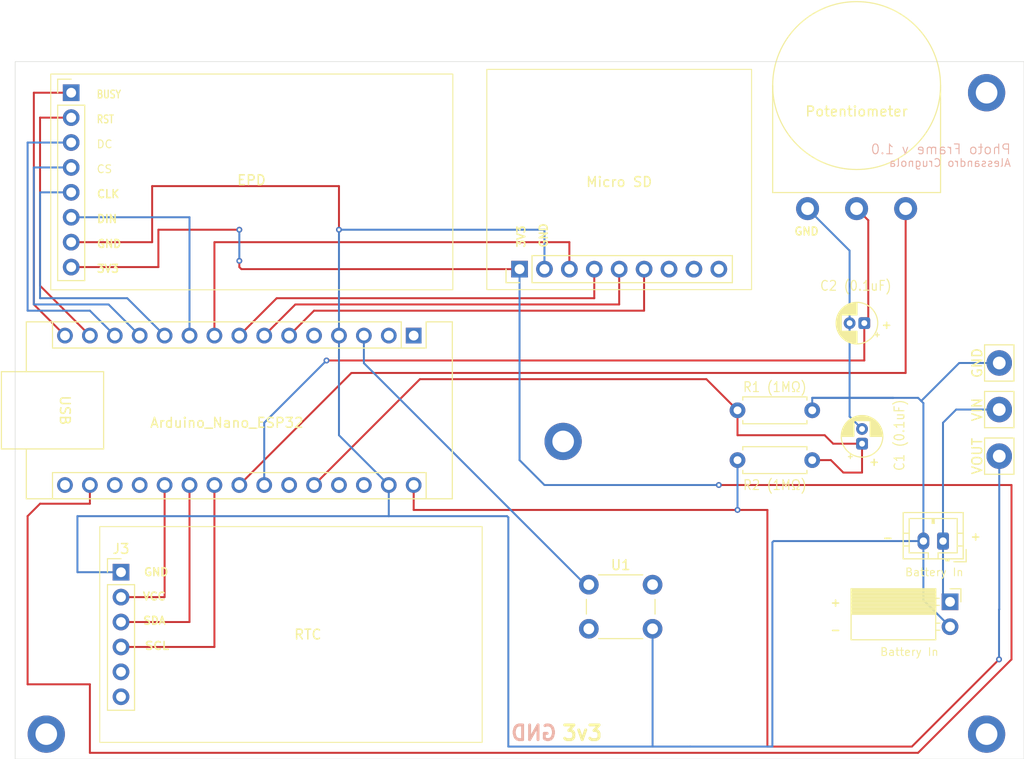
<source format=kicad_pcb>
(kicad_pcb (version 20241229) (generator "pcbnew") (generator_version "9.0")
  (layers (0 "F.Cu" signal) (2 "B.Cu" signal) (13 "F.Paste" user) (15 "B.Paste" user) (5 "F.SilkS" user "F.Silkscreen") (7 "B.SilkS" user "B.Silkscreen") (1 "F.Mask" user) (3 "B.Mask" user) (25 "Edge.Cuts" user))
  (net 0 "")
  (net 2 "Net-(A1-A3)")
  (net 3 "GND")
  (net 4 "Net-(A1-A2)")
  (net 5 "Net-(A1-3V3)")
  (net 6 "Net-(A1-D10{slash}CS)")
  (net 7 "Net-(A1-D4)")
  (net 9 "Net-(A1-D7)")
  (net 10 "Net-(A1-D11{slash}COPI)")
  (net 12 "Net-(A1-SCL{slash}A5)")
  (net 15 "Net-(A1-D6)")
  (net 16 "Net-(A1-D5)")
  (net 18 "Net-(A1-~{RESET})")
  (net 20 "Net-(A1-D12{slash}CIPO)")
  (net 21 "Net-(A1-A7)")
  (net 22 "Net-(A1-SDA{slash}A4)")
  (net 23 "Net-(A1-A1)")
  (net 26 "Net-(A1-D3)")
  (net 27 "Net-(A1-D9)")
  (net 28 "Net-(A1-D8)")
  (net 29 "+4V")
  (footprint "Connector_PinHeader_2.54mm:PinHeader_1x09_P2.54mm_Vertical" (layer "F.Cu") (at 151.765 84.664269 90)
    (property "Reference" "J1" (hide yes))
    (property "Value" "Micro SD" (at 8.89 10.16 180) (layer "F.SilkS"))
    (pad "1" thru_hole rect (at 0 0 90) (size 1.7 1.7) (drill 1) (layers "*.Cu" "*.Mask") (net 5 "Net-(A1-3V3)"))
    (pad "2" thru_hole circle (at 0 2.54 90) (size 1.7 1.7) (drill 1) (layers "*.Cu" "*.Mask") (net 3 "GND"))
    (pad "3" thru_hole circle (at 0 5.08 90) (size 1.7 1.7) (drill 1) (layers "*.Cu" "*.Mask") (net 15 "Net-(A1-D6)"))
    (pad "4" thru_hole circle (at 0 7.62 90) (size 1.7 1.7) (drill 1) (layers "*.Cu" "*.Mask") (net 16 "Net-(A1-D5)"))
    (pad "5" thru_hole circle (at 0 10.16 90) (size 1.7 1.7) (drill 1) (layers "*.Cu" "*.Mask") (net 7 "Net-(A1-D4)"))
    (pad "6" thru_hole circle (at 0 12.7 90) (size 1.7 1.7) (drill 1) (layers "*.Cu" "*.Mask") (net 26 "Net-(A1-D3)"))
    (pad "7" thru_hole circle (at 0 15.24 90) (size 1.7 1.7) (drill 1) (layers "*.Cu" "*.Mask"))
    (pad "8" thru_hole circle (at 0 17.78 90) (size 1.7 1.7) (drill 1) (layers "*.Cu" "*.Mask"))
    (pad "9" thru_hole circle (at 0 20.32 90) (size 1.7 1.7) (drill 1) (layers "*.Cu" "*.Mask"))
  )
  (footprint "Resistor_THT:R_Axial_DIN0207_L6.3mm_D2.5mm_P7.62mm_Horizontal" (layer "F.Cu") (at 173.99 99.06)
    (property "Reference" "R1 (1MΩ)" (at 3.81 -2.37 0) (layer "F.SilkS") (effects (font (size 1 0.889) (thickness 0.111125))))
    (property "Value" "R (1M)" (hide yes))
    (pad "1" thru_hole circle (at 0 0) (size 1.6 1.6) (drill 0.8) (layers "*.Cu" "*.Mask") (net 21 "Net-(A1-A7)"))
    (pad "2" thru_hole circle (at 7.62 0) (size 1.6 1.6) (drill 0.8) (layers "*.Cu" "*.Mask") (net 3 "GND"))
  )
  (footprint "Connector_PinHeader_2.54mm:PinHeader_1x08_P2.54mm_Vertical" (layer "F.Cu") (at 106.045 66.675)
    (property "Reference" "J2" (hide yes))
    (property "Value" "EPD" (at 18.386885 8.919845 0) (layer "F.SilkS"))
    (pad "1" thru_hole rect (at 0 0) (size 1.7 1.7) (drill 1) (layers "*.Cu" "*.Mask") (net 20 "Net-(A1-D12{slash}CIPO)"))
    (pad "2" thru_hole circle (at 0 2.54) (size 1.7 1.7) (drill 1) (layers "*.Cu" "*.Mask") (net 10 "Net-(A1-D11{slash}COPI)"))
    (pad "3" thru_hole circle (at 0 5.08) (size 1.7 1.7) (drill 1) (layers "*.Cu" "*.Mask") (net 6 "Net-(A1-D10{slash}CS)"))
    (pad "4" thru_hole circle (at 0 7.62) (size 1.7 1.7) (drill 1) (layers "*.Cu" "*.Mask") (net 27 "Net-(A1-D9)"))
    (pad "5" thru_hole circle (at 0 10.16) (size 1.7 1.7) (drill 1) (layers "*.Cu" "*.Mask") (net 28 "Net-(A1-D8)"))
    (pad "6" thru_hole circle (at 0 12.7) (size 1.7 1.7) (drill 1) (layers "*.Cu" "*.Mask") (net 9 "Net-(A1-D7)"))
    (pad "7" thru_hole circle (at 0 15.24) (size 1.7 1.7) (drill 1) (layers "*.Cu" "*.Mask") (net 3 "GND"))
    (pad "8" thru_hole circle (at 0 17.78) (size 1.7 1.7) (drill 1) (layers "*.Cu" "*.Mask") (net 5 "Net-(A1-3V3)"))
  )
  (footprint "Connector_Pin:Pin_D1.3mm_L10.0mm_W3.5mm_Flat" (layer "F.Cu") (at 200.682007 98.9838 -90)
    (property "Reference" "VIN" (at 0 2.25 90) (layer "F.SilkS"))
    (property "Value" "VIN" (hide yes))
    (pad "1" thru_hole circle (at 0 0 270) (size 2.6 2.6) (drill 1.3) (layers "*.Cu" "*.Mask") (net 29 "+4V"))
  )
  (footprint "MountingHole:MountingHole_2.2mm_M2_DIN965_Pad" (layer "F.Cu") (at 199.39 132.08)
    (property "Reference" "REF**" (hide yes))
    (property "Value" "MountingHole_2.2mm_M2_DIN965_Pad" (hide yes))
    (pad "1" thru_hole circle (at 0 0) (size 3.8 3.8) (drill 2.2) (layers "*.Cu" "*.Mask"))
  )
  (footprint "Capacitor_THT:CP_Radial_D4.0mm_P1.50mm" (layer "F.Cu") (at 186.92 90.17 180)
    (property "Reference" "C2 (0.1uF)" (at 0.865 3.81 0) (layer "F.SilkS") (effects (font (size 1 0.889) (thickness 0.111125))))
    (property "Value" "0.1uF" (hide yes))
    (pad "1" thru_hole roundrect (at 0 0 180) (size 1.2 1.2) (drill 0.6) (layers "*.Cu" "*.Mask") (roundrect_rratio 0.208333) (net 12 "Net-(A1-SCL{slash}A5)"))
    (pad "2" thru_hole circle (at 1.5 0 180) (size 1.2 1.2) (drill 0.6) (layers "*.Cu" "*.Mask") (net 3 "GND"))
  )
  (footprint "MountingHole:MountingHole_2.2mm_M2_DIN965_Pad" (layer "F.Cu") (at 103.505 132.08)
    (property "Reference" "REF**" (hide yes))
    (property "Value" "MountingHole_2.2mm_M2_DIN965_Pad" (hide yes))
    (pad "1" thru_hole circle (at 0 0) (size 3.8 3.8) (drill 2.2) (layers "*.Cu" "*.Mask"))
  )
  (footprint "Resistor_THT:R_Axial_DIN0207_L6.3mm_D2.5mm_P7.62mm_Horizontal" (layer "F.Cu") (at 173.99 104.14)
    (property "Reference" "R2 (1MΩ)" (at 3.81 2.54 0) (layer "F.SilkS") (effects (font (size 1 0.889) (thickness 0.111125))))
    (property "Value" "R (1M)" (hide yes))
    (pad "1" thru_hole circle (at 0 0) (size 1.6 1.6) (drill 0.8) (layers "*.Cu" "*.Mask") (net 29 "+4V"))
    (pad "2" thru_hole circle (at 7.62 0) (size 1.6 1.6) (drill 0.8) (layers "*.Cu" "*.Mask") (net 21 "Net-(A1-A7)"))
  )
  (footprint "Potentiometer_THT:Potentiometer_Omeg_PC16BU_Vertical" (layer "F.Cu") (at 191.135 78.495 90)
    (property "Reference" "RV1" (hide yes))
    (property "Value" "Potentiometer" (at 9.915 -5 180) (layer "F.SilkS"))
    (pad "1" thru_hole circle (at 0 0 90) (size 2.34 2.34) (drill 1.3) (layers "*.Cu" "*.Mask") (net 22 "Net-(A1-SDA{slash}A4)"))
    (pad "2" thru_hole circle (at 0 -5 90) (size 2.34 2.34) (drill 1.3) (layers "*.Cu" "*.Mask") (net 12 "Net-(A1-SCL{slash}A5)"))
    (pad "3" thru_hole circle (at 0 -10 90) (size 2.34 2.34) (drill 1.3) (layers "*.Cu" "*.Mask") (net 3 "GND"))
  )
  (footprint "MountingHole:MountingHole_2.2mm_M2_DIN965_Pad" (layer "F.Cu") (at 156.21 102.235)
    (property "Reference" "REF**" (hide yes))
    (property "Value" "MountingHole_2.2mm_M2_DIN965_Pad" (hide yes))
    (pad "1" thru_hole circle (at 0 0) (size 3.8 3.8) (drill 2.2) (layers "*.Cu" "*.Mask"))
  )
  (footprint "Capacitor_THT:CP_Radial_D4.0mm_P1.50mm" (layer "F.Cu") (at 186.69 102.465 90)
    (property "Reference" "C1 (0.1uF)" (at 0.865 3.81 90) (layer "F.SilkS") (effects (font (size 1 0.889) (thickness 0.111125))))
    (property "Value" "0.1uF" (hide yes))
    (pad "1" thru_hole roundrect (at 0 0 90) (size 1.2 1.2) (drill 0.6) (layers "*.Cu" "*.Mask") (roundrect_rratio 0.208333) (net 21 "Net-(A1-A7)"))
    (pad "2" thru_hole circle (at 1.5 0 90) (size 1.2 1.2) (drill 0.6) (layers "*.Cu" "*.Mask") (net 3 "GND"))
  )
  (footprint "Connector_Pin:Pin_D1.3mm_L10.0mm_W3.5mm_Flat" (layer "F.Cu") (at 200.682007 103.7336 -90)
    (property "Reference" "VOUT" (at 0 2.25 90) (layer "F.SilkS"))
    (property "Value" "VOUT" (hide yes))
    (pad "1" thru_hole circle (at 0 0 270) (size 2.6 2.6) (drill 1.3) (layers "*.Cu" "*.Mask") (net 29 "+4V"))
  )
  (footprint "Connector_Pin:Pin_D1.3mm_L10.0mm_W3.5mm_Flat" (layer "F.Cu") (at 200.682007 94.234 -90)
    (property "Reference" "GND" (at 0 2.25 90) (layer "F.SilkS"))
    (property "Value" "GND" (hide yes))
    (pad "1" thru_hole circle (at 0 0 270) (size 2.6 2.6) (drill 1.3) (layers "*.Cu" "*.Mask") (net 3 "GND"))
  )
  (footprint "Connector_JST:JST_PH_B2B-PH-K_1x02_P2.00mm_Vertical" (layer "F.Cu") (at 194.945 112.395 180)
    (property "Reference" "BT1" (hide yes))
    (property "Value" "Battery In" (at 0.889 -3.175 0) (layer "F.SilkS") (effects (font (size 0.8001 0.8001) (thickness 0.100013))))
    (pad "1" thru_hole roundrect (at 0 0 180) (size 1.2 1.75) (drill 0.75) (layers "*.Cu" "*.Mask") (roundrect_rratio 0.208333) (net 29 "+4V"))
    (pad "2" thru_hole oval (at 2 0 180) (size 1.2 1.75) (drill 0.75) (layers "*.Cu" "*.Mask") (net 3 "GND"))
  )
  (footprint "Connector_PinSocket_2.54mm:PinSocket_1x02_P2.54mm_Horizontal" (layer "F.Cu") (at 195.662 118.588)
    (property "Reference" "J4" (hide yes))
    (property "Value" "Battery In" (at -4.146 5.11 0) (layer "F.SilkS") (effects (font (size 0.8001 0.8001) (thickness 0.100013))))
    (pad "1" thru_hole rect (at 0 0) (size 1.7 1.7) (drill 1) (layers "*.Cu" "*.Mask") (net 29 "+4V"))
    (pad "2" thru_hole circle (at 0 2.54) (size 1.7 1.7) (drill 1) (layers "*.Cu" "*.Mask") (net 3 "GND"))
  )
  (footprint "Module:Arduino_Nano" (layer "F.Cu") (at 140.97 91.44 -90)
    (property "Reference" "A1" (hide yes))
    (property "Value" "Arduino_Nano_ESP32" (at 8.89 19.05 0) (layer "F.SilkS"))
    (fp_text user "USB" (at 7.62 35.56 270) (layer "F.SilkS"))
    (pad "1" thru_hole rect (at 0 0 270) (size 1.6 1.6) (drill 1) (layers "*.Cu" "*.Mask"))
    (pad "2" thru_hole oval (at 0 2.54 270) (size 1.6 1.6) (drill 1) (layers "*.Cu" "*.Mask"))
    (pad "3" thru_hole oval (at 0 5.08 270) (size 1.6 1.6) (drill 1) (layers "*.Cu" "*.Mask") (net 18 "Net-(A1-~{RESET})"))
    (pad "4" thru_hole oval (at 0 7.62 270) (size 1.6 1.6) (drill 1) (layers "*.Cu" "*.Mask") (net 3 "GND"))
    (pad "5" thru_hole oval (at 0 10.16 270) (size 1.6 1.6) (drill 1) (layers "*.Cu" "*.Mask"))
    (pad "6" thru_hole oval (at 0 12.7 270) (size 1.6 1.6) (drill 1) (layers "*.Cu" "*.Mask") (net 26 "Net-(A1-D3)"))
    (pad "7" thru_hole oval (at 0 15.24 270) (size 1.6 1.6) (drill 1) (layers "*.Cu" "*.Mask") (net 7 "Net-(A1-D4)"))
    (pad "8" thru_hole oval (at 0 17.78 270) (size 1.6 1.6) (drill 1) (layers "*.Cu" "*.Mask") (net 16 "Net-(A1-D5)"))
    (pad "9" thru_hole oval (at 0 20.32 270) (size 1.6 1.6) (drill 1) (layers "*.Cu" "*.Mask") (net 15 "Net-(A1-D6)"))
    (pad "10" thru_hole oval (at 0 22.86 270) (size 1.6 1.6) (drill 1) (layers "*.Cu" "*.Mask") (net 9 "Net-(A1-D7)"))
    (pad "11" thru_hole oval (at 0 25.4 270) (size 1.6 1.6) (drill 1) (layers "*.Cu" "*.Mask") (net 28 "Net-(A1-D8)"))
    (pad "12" thru_hole oval (at 0 27.94 270) (size 1.6 1.6) (drill 1) (layers "*.Cu" "*.Mask") (net 27 "Net-(A1-D9)"))
    (pad "13" thru_hole oval (at 0 30.48 270) (size 1.6 1.6) (drill 1) (layers "*.Cu" "*.Mask") (net 6 "Net-(A1-D10{slash}CS)"))
    (pad "14" thru_hole oval (at 0 33.02 270) (size 1.6 1.6) (drill 1) (layers "*.Cu" "*.Mask") (net 10 "Net-(A1-D11{slash}COPI)"))
    (pad "15" thru_hole oval (at 0 35.56 270) (size 1.6 1.6) (drill 1) (layers "*.Cu" "*.Mask") (net 20 "Net-(A1-D12{slash}CIPO)"))
    (pad "16" thru_hole oval (at 15.24 35.56 270) (size 1.6 1.6) (drill 1) (layers "*.Cu" "*.Mask"))
    (pad "17" thru_hole oval (at 15.24 33.02 270) (size 1.6 1.6) (drill 1) (layers "*.Cu" "*.Mask") (net 5 "Net-(A1-3V3)"))
    (pad "18" thru_hole oval (at 15.24 30.48 270) (size 1.6 1.6) (drill 1) (layers "*.Cu" "*.Mask"))
    (pad "19" thru_hole oval (at 15.24 27.94 270) (size 1.6 1.6) (drill 1) (layers "*.Cu" "*.Mask"))
    (pad "20" thru_hole oval (at 15.24 25.4 270) (size 1.6 1.6) (drill 1) (layers "*.Cu" "*.Mask") (net 23 "Net-(A1-A1)"))
    (pad "21" thru_hole oval (at 15.24 22.86 270) (size 1.6 1.6) (drill 1) (layers "*.Cu" "*.Mask") (net 4 "Net-(A1-A2)"))
    (pad "22" thru_hole oval (at 15.24 20.32 270) (size 1.6 1.6) (drill 1) (layers "*.Cu" "*.Mask") (net 2 "Net-(A1-A3)"))
    (pad "23" thru_hole oval (at 15.24 17.78 270) (size 1.6 1.6) (drill 1) (layers "*.Cu" "*.Mask") (net 22 "Net-(A1-SDA{slash}A4)"))
    (pad "24" thru_hole oval (at 15.24 15.24 270) (size 1.6 1.6) (drill 1) (layers "*.Cu" "*.Mask") (net 12 "Net-(A1-SCL{slash}A5)"))
    (pad "25" thru_hole oval (at 15.24 12.7 270) (size 1.6 1.6) (drill 1) (layers "*.Cu" "*.Mask"))
    (pad "26" thru_hole oval (at 15.24 10.16 270) (size 1.6 1.6) (drill 1) (layers "*.Cu" "*.Mask") (net 21 "Net-(A1-A7)"))
    (pad "27" thru_hole oval (at 15.24 7.62 270) (size 1.6 1.6) (drill 1) (layers "*.Cu" "*.Mask"))
    (pad "28" thru_hole oval (at 15.24 5.08 270) (size 1.6 1.6) (drill 1) (layers "*.Cu" "*.Mask"))
    (pad "29" thru_hole oval (at 15.24 2.54 270) (size 1.6 1.6) (drill 1) (layers "*.Cu" "*.Mask") (net 3 "GND"))
    (pad "30" thru_hole oval (at 15.24 0 270) (size 1.6 1.6) (drill 1) (layers "*.Cu" "*.Mask") (net 29 "+4V"))
  )
  (footprint "Connector_PinHeader_2.54mm:PinHeader_1x06_P2.54mm_Vertical" (layer "F.Cu") (at 111.125 115.57)
    (property "Reference" "J3" (at 0 -2.38 0) (layer "F.SilkS"))
    (property "Value" "RTC" (at 19.05 6.35 0) (layer "F.SilkS"))
    (pad "1" thru_hole rect (at 0 0) (size 1.7 1.7) (drill 1) (layers "*.Cu" "*.Mask") (net 3 "GND"))
    (pad "2" thru_hole circle (at 0 2.54) (size 1.7 1.7) (drill 1) (layers "*.Cu" "*.Mask") (net 23 "Net-(A1-A1)"))
    (pad "3" thru_hole circle (at 0 5.08) (size 1.7 1.7) (drill 1) (layers "*.Cu" "*.Mask") (net 4 "Net-(A1-A2)"))
    (pad "4" thru_hole circle (at 0 7.62) (size 1.7 1.7) (drill 1) (layers "*.Cu" "*.Mask") (net 2 "Net-(A1-A3)"))
    (pad "5" thru_hole circle (at 0 10.16) (size 1.7 1.7) (drill 1) (layers "*.Cu" "*.Mask"))
    (pad "6" thru_hole circle (at 0 12.7) (size 1.7 1.7) (drill 1) (layers "*.Cu" "*.Mask"))
  )
  (footprint "Button_Switch_THT:SW_PUSH_6mm" (layer "F.Cu") (at 158.83 116.84)
    (property "Reference" "U1" (at 3.25 -2 0) (layer "F.SilkS"))
    (property "Value" "Reset")
    (pad "1" thru_hole circle (at 0 0 90) (size 2 2) (drill 1.1) (layers "*.Cu" "*.Mask") (net 18 "Net-(A1-~{RESET})"))
    (pad "1" thru_hole circle (at 6.5 0 90) (size 2 2) (drill 1.1) (layers "*.Cu" "*.Mask") (net 18 "Net-(A1-~{RESET})"))
    (pad "2" thru_hole circle (at 0 4.5 90) (size 2 2) (drill 1.1) (layers "*.Cu" "*.Mask") (net 3 "GND"))
    (pad "2" thru_hole circle (at 6.5 4.5 90) (size 2 2) (drill 1.1) (layers "*.Cu" "*.Mask") (net 3 "GND"))
  )
  (footprint "MountingHole:MountingHole_2.2mm_M2_DIN965_Pad" (layer "F.Cu") (at 199.39 66.675)
    (property "Reference" "REF**" (hide yes))
    (property "Value" "MountingHole_2.2mm_M2_DIN965_Pad" (hide yes))
    (pad "1" thru_hole circle (at 0 0) (size 3.8 3.8) (drill 2.2) (layers "*.Cu" "*.Mask"))
  )
  (gr_rect (start 108.955078 110.919996) (end 147.955 132.920004) (stroke (width 0.1016)) (fill no) (layer "F.SilkS"))
  (gr_rect (start 103.960041 64.77) (end 144.959959 86.770007) (stroke (width 0.1016)) (fill no) (layer "F.SilkS"))
  (gr_rect (start 148.425027 64.293103) (end 175.424973 86.753105) (stroke (width 0.1016)) (fill no) (layer "F.SilkS"))
  (gr_rect (start 100.33 63.5) (end 203.2 134.62) (stroke (width 0.05)) (fill no) (layer "Edge.Cuts"))
  (gr_text "DIN" (at 108.585 80.01 0) (layer "F.SilkS") (effects (font (size 0.8001 0.8001) (thickness 0.16002) (bold yes)) (justify left bottom)))
  (gr_text "+" (at 183.388 119.126 0) (layer "F.SilkS") (effects (font (size 0.8001 0.8001) (thickness 0.16002) (bold yes)) (justify left bottom)))
  (gr_text "SCL" (at 113.463391 123.542027 0) (layer "F.SilkS") (effects (font (size 0.8001 0.8904) (thickness 0.16002) (bold yes)) (justify left bottom)))
  (gr_text "VCC" (at 113.266559 118.503145 0) (layer "F.SilkS") (effects (font (size 0.8001 0.8001) (thickness 0.16002) (bold yes)) (justify left bottom)))
  (gr_text "GND" (at 108.585 82.55 0) (layer "F.SilkS") (effects (font (size 0.8001 0.8001) (thickness 0.16002) (bold yes)) (justify left bottom)))
  (gr_text "-" (at 183.388 121.92 0) (layer "F.SilkS") (effects (font (size 0.8001 0.8001) (thickness 0.16002) (bold yes)) (justify left bottom)))
  (gr_text "BUSY" (at 108.585 67.31 0) (layer "F.SilkS") (effects (font (size 0.8001 0.635) (thickness 0.127) (bold yes)) (justify left bottom)))
  (gr_text "CLK" (at 108.585 77.47 0) (layer "F.SilkS") (effects (font (size 0.8001 0.8001) (thickness 0.16002) (bold yes)) (justify left bottom)))
  (gr_text "+" (at 188.595 90.805 0) (layer "F.SilkS") (effects (font (size 0.8001 0.8001) (thickness 0.16002) (bold yes)) (justify left bottom)))
  (gr_text "GND" (at 113.384658 116.023071 0) (layer "F.SilkS") (effects (font (size 0.8001 0.8001) (thickness 0.16002) (bold yes)) (justify left bottom)))
  (gr_text "DC\n" (at 108.585 72.39 0) (layer "F.SilkS") (effects (font (size 0.8001 0.8001) (thickness 0.1016) (bold yes)) (justify left bottom)))
  (gr_text "-" (at 188.722 112.522 0) (layer "F.SilkS") (effects (font (size 0.8001 0.8001) (thickness 0.16002) (bold yes)) (justify left bottom)))
  (gr_text "3V3" (at 152.4 82.55 90) (layer "F.SilkS") (effects (font (size 0.8001 0.8001) (thickness 0.16002) (bold yes)) (justify left bottom)))
  (gr_text "+" (at 187.325 104.775 0) (layer "F.SilkS") (effects (font (size 0.8001 0.8001) (thickness 0.16002) (bold yes)) (justify left bottom)))
  (gr_text "GND" (at 179.705 81.28 0) (layer "F.SilkS") (effects (font (size 0.8001 0.8001) (thickness 0.16002) (bold yes)) (justify left bottom)))
  (gr_text "CS" (at 108.585 74.93 0) (layer "F.SilkS") (effects (font (size 0.8001 0.8001) (thickness 0.1016) (bold yes)) (justify left bottom)))
  (gr_text "SDA" (at 113.305926 120.98322 0) (layer "F.SilkS") (effects (font (size 0.8001 0.8001) (thickness 0.16002) (bold yes)) (justify left bottom)))
  (gr_text "3V3" (at 108.585 85.09 0) (layer "F.SilkS") (effects (font (size 0.8001 0.8001) (thickness 0.16002) (bold yes)) (justify left bottom)))
  (gr_text "3v3" (at 155.956 132.842 0) (layer "F.SilkS") (effects (font (size 1.5 1.5) (thickness 0.3) (bold yes)) (justify left bottom)))
  (gr_text "GND" (at 154.686 82.55 90) (layer "F.SilkS") (effects (font (size 0.8001 0.8001) (thickness 0.16002) (bold yes)) (justify left bottom)))
  (gr_text "+" (at 197.673579 112.395 0) (layer "F.SilkS") (effects (font (size 0.8001 0.8001) (thickness 0.16002) (bold yes)) (justify left bottom)))
  (gr_text "RST" (at 108.585 69.85 0) (layer "F.SilkS") (effects (font (size 0.8001 0.635) (thickness 0.127) (bold yes)) (justify left bottom)))
  (gr_text "GND" (at 155.702 132.842 0) (layer "B.SilkS") (effects (font (size 1.5 1.5) (thickness 0.3) (bold yes)) (justify left bottom mirror)))
  (gr_text "Photo Frame v 1.0" (at 201.93 73.025 0) (layer "B.SilkS") (effects (font (size 1 1) (thickness 0.1)) (justify left bottom mirror)))
  (gr_text "Alessandro Crugnola" (at 201.93 74.295 0) (layer "B.SilkS") (effects (font (size 0.8001 0.8001) (thickness 0.100013)) (justify left bottom mirror)))
  (segment (start 120.65 123.19) (end 111.125 123.19) (width 0.2) (layer "F.Cu") (net 2))
  (segment (start 120.65 123.19) (end 120.65 106.68) (width 0.2) (layer "F.Cu") (net 2))
  (segment (start 114.3 81.915) (end 106.045 81.915) (width 0.2) (layer "F.Cu") (net 3))
  (segment (start 114.3 76.2) (end 114.3 81.915) (width 0.2) (layer "F.Cu") (net 3))
  (segment (start 114.3 76.2) (end 133.35 76.2) (width 0.2) (layer "F.Cu") (net 3))
  (segment (start 133.35 76.2) (end 133.35 80.645) (width 0.2) (layer "F.Cu") (net 3))
  (via (at 133.35 80.645) (size 0.6) (drill 0.3) (layers "F.Cu" "B.Cu") (net 3))
  (segment (start 150.622 133.35) (end 165.354 133.35) (width 0.2) (layer "B.Cu") (net 3))
  (segment (start 133.35 101.6) (end 133.35 91.44) (width 0.2) (layer "B.Cu") (net 3))
  (segment (start 181.135 78.495) (end 185.42 82.78) (width 0.2) (layer "B.Cu") (net 3))
  (segment (start 192.945 112.395) (end 192.945 118.411) (width 0.2) (layer "B.Cu") (net 3))
  (segment (start 154.305 84.664269) (end 154.305 80.645) (width 0.2) (layer "B.Cu") (net 3))
  (segment (start 154.305 80.645) (end 133.35 80.645) (width 0.2) (layer "B.Cu") (net 3))
  (segment (start 106.68 109.855) (end 138.43 109.855) (width 0.2) (layer "B.Cu") (net 3))
  (segment (start 177.673 112.395) (end 177.546 112.522) (width 0.2) (layer "B.Cu") (net 3))
  (segment (start 192.945 112.395) (end 192.945 112.49) (width 0.2) (layer "B.Cu") (net 3))
  (segment (start 185.42 97.79) (end 185.42 90.17) (width 0.2) (layer "B.Cu") (net 3))
  (segment (start 192.7225 98.1075) (end 192.444721 97.829721) (width 0.2) (layer "B.Cu") (net 3))
  (segment (start 185.42 99.695) (end 185.42 97.79) (width 0.2) (layer "B.Cu") (net 3))
  (segment (start 138.43 109.855) (end 150.495 109.855) (width 0.2) (layer "B.Cu") (net 3))
  (segment (start 150.495 109.855) (end 150.622 109.982) (width 0.2) (layer "B.Cu") (net 3))
  (segment (start 186.69 100.965) (end 185.42 99.695) (width 0.2) (layer "B.Cu") (net 3))
  (segment (start 196.596 94.234) (end 192.7225 98.1075) (width 0.2) (layer "B.Cu") (net 3))
  (segment (start 192.945 118.411) (end 195.662 121.128) (width 0.2) (layer "B.Cu") (net 3))
  (segment (start 192.945 98.33) (end 192.7225 98.1075) (width 0.2) (layer "B.Cu") (net 3))
  (segment (start 192.405 97.79) (end 189.865 97.79) (width 0.2) (layer "B.Cu") (net 3))
  (segment (start 185.42 82.78) (end 185.42 90.17) (width 0.2) (layer "B.Cu") (net 3))
  (segment (start 106.68 115.57) (end 111.125 115.57) (width 0.2) (layer "B.Cu") (net 3))
  (segment (start 200.682007 94.234) (end 196.596 94.234) (width 0.2) (layer "B.Cu") (net 3))
  (segment (start 181.61 97.79) (end 185.42 97.79) (width 0.2) (layer "B.Cu") (net 3))
  (segment (start 177.546 112.522) (end 177.546 133.35) (width 0.2) (layer "B.Cu") (net 3))
  (segment (start 106.68 115.57) (end 106.68 109.855) (width 0.2) (layer "B.Cu") (net 3))
  (segment (start 192.945 112.395) (end 177.673 112.395) (width 0.2) (layer "B.Cu") (net 3))
  (segment (start 192.444721 97.829721) (end 192.405 97.79) (width 0.2) (layer "B.Cu") (net 3))
  (segment (start 189.865 97.79) (end 181.61 97.79) (width 0.2) (layer "B.Cu") (net 3))
  (segment (start 138.43 106.68) (end 138.43 109.855) (width 0.2) (layer "B.Cu") (net 3))
  (segment (start 138.43 106.68) (end 133.35 101.6) (width 0.2) (layer "B.Cu") (net 3))
  (segment (start 133.35 80.645) (end 133.35 91.44) (width 0.2) (layer "B.Cu") (net 3))
  (segment (start 192.945 112.395) (end 192.945 98.33) (width 0.2) (layer "B.Cu") (net 3))
  (segment (start 181.61 99.06) (end 181.61 97.79) (width 0.2) (layer "B.Cu") (net 3))
  (segment (start 165.33 133.326) (end 165.354 133.35) (width 0.2) (layer "B.Cu") (net 3))
  (segment (start 165.354 133.35) (end 169.164 133.35) (width 0.2) (layer "B.Cu") (net 3))
  (segment (start 177.546 133.35) (end 169.164 133.35) (width 0.2) (layer "B.Cu") (net 3))
  (segment (start 165.33 121.34) (end 165.33 133.326) (width 0.2) (layer "B.Cu") (net 3))
  (segment (start 150.622 109.982) (end 150.622 133.35) (width 0.2) (layer "B.Cu") (net 3))
  (segment (start 185.42 97.79) (end 189.865 97.79) (width 0.2) (layer "B.Cu") (net 3))
  (segment (start 118.11 120.65) (end 118.11 106.68) (width 0.2) (layer "F.Cu") (net 4))
  (segment (start 118.11 120.65) (end 111.125 120.65) (width 0.2) (layer "F.Cu") (net 4))
  (segment (start 123.19 83.82) (end 123.19 84.455) (width 0.2) (layer "F.Cu") (net 5))
  (segment (start 123.19 84.455) (end 123.399269 84.664269) (width 0.2) (layer "F.Cu") (net 5))
  (segment (start 107.95 108.585) (end 107.95 106.68) (width 0.2) (layer "F.Cu") (net 5))
  (segment (start 123.19 80.645) (end 114.935 80.645) (width 0.2) (layer "F.Cu") (net 5))
  (segment (start 114.935 84.455) (end 106.045 84.455) (width 0.2) (layer "F.Cu") (net 5))
  (segment (start 172.085 106.68) (end 201.93 106.68) (width 0.2) (layer "F.Cu") (net 5))
  (segment (start 102.87 108.585) (end 107.95 108.585) (width 0.2) (layer "F.Cu") (net 5))
  (segment (start 114.935 80.645) (end 114.935 84.455) (width 0.2) (layer "F.Cu") (net 5))
  (segment (start 101.6 127) (end 101.6 109.855) (width 0.2) (layer "F.Cu") (net 5))
  (segment (start 101.6 109.855) (end 102.87 108.585) (width 0.2) (layer "F.Cu") (net 5))
  (segment (start 107.95 127) (end 101.6 127) (width 0.2) (layer "F.Cu") (net 5))
  (segment (start 123.399269 84.664269) (end 151.765 84.664269) (width 0.2) (layer "F.Cu") (net 5))
  (segment (start 201.93 124.46) (end 192.405 133.985) (width 0.2) (layer "F.Cu") (net 5))
  (segment (start 201.93 106.68) (end 201.93 124.46) (width 0.2) (layer "F.Cu") (net 5))
  (segment (start 192.405 133.985) (end 107.95 133.985) (width 0.2) (layer "F.Cu") (net 5))
  (segment (start 107.95 133.985) (end 107.95 127) (width 0.2) (layer "F.Cu") (net 5))
  (via (at 123.19 80.645) (size 0.6) (drill 0.3) (layers "F.Cu" "B.Cu") (net 5))
  (via (at 123.19 83.82) (size 0.6) (drill 0.3) (layers "F.Cu" "B.Cu") (net 5))
  (via (at 172.085 106.68) (size 0.6) (drill 0.3) (layers "F.Cu" "B.Cu") (net 5))
  (segment (start 123.19 80.645) (end 123.19 83.82) (width 0.2) (layer "B.Cu") (net 5))
  (segment (start 151.765 104.14) (end 151.765 84.664269) (width 0.2) (layer "B.Cu") (net 5))
  (segment (start 154.305 106.68) (end 151.765 104.14) (width 0.2) (layer "B.Cu") (net 5))
  (segment (start 172.085 106.68) (end 154.305 106.68) (width 0.2) (layer "B.Cu") (net 5))
  (segment (start 106.045 71.755) (end 101.6 71.755) (width 0.2) (layer "B.Cu") (net 6))
  (segment (start 101.6 88.9) (end 107.95 88.9) (width 0.2) (layer "B.Cu") (net 6))
  (segment (start 107.95 88.9) (end 110.49 91.44) (width 0.2) (layer "B.Cu") (net 6))
  (segment (start 101.6 71.755) (end 101.6 88.9) (width 0.2) (layer "B.Cu") (net 6))
  (segment (start 161.925 88.265) (end 128.905 88.265) (width 0.2) (layer "F.Cu") (net 7))
  (segment (start 161.925 84.664269) (end 161.925 88.265) (width 0.2) (layer "F.Cu") (net 7))
  (segment (start 128.905 88.265) (end 125.73 91.44) (width 0.2) (layer "F.Cu") (net 7))
  (segment (start 118.11 91.44) (end 118.11 79.375) (width 0.2) (layer "B.Cu") (net 9))
  (segment (start 118.11 79.375) (end 106.045 79.375) (width 0.2) (layer "B.Cu") (net 9))
  (segment (start 102.87 69.215) (end 102.87 86.36) (width 0.2) (layer "F.Cu") (net 10))
  (segment (start 106.045 69.215) (end 102.87 69.215) (width 0.2) (layer "F.Cu") (net 10))
  (segment (start 107.95 91.44) (end 102.87 86.36) (width 0.2) (layer "F.Cu") (net 10))
  (segment (start 187.325 79.685) (end 187.325 89.765) (width 0.2) (layer "F.Cu") (net 12))
  (segment (start 187.325 89.765) (end 186.92 90.17) (width 0.2) (layer "F.Cu") (net 12))
  (segment (start 186.135 78.495) (end 187.325 79.685) (width 0.2) (layer "F.Cu") (net 12))
  (segment (start 186.92 93.98) (end 186.92 90.17) (width 0.2) (layer "F.Cu") (net 12))
  (segment (start 132.08 93.98) (end 186.92 93.98) (width 0.2) (layer "F.Cu") (net 12))
  (via (at 132.08 93.98) (size 0.6) (drill 0.3) (layers "F.Cu" "B.Cu") (net 12))
  (segment (start 132.08 93.98) (end 125.73 100.33) (width 0.2) (layer "B.Cu") (net 12))
  (segment (start 125.73 100.33) (end 125.73 106.68) (width 0.2) (layer "B.Cu") (net 12))
  (segment (start 156.845 84.499296) (end 156.845 81.915) (width 0.2) (layer "F.Cu") (net 15))
  (segment (start 156.845 81.915) (end 120.65 81.915) (width 0.2) (layer "F.Cu") (net 15))
  (segment (start 157.009973 84.664269) (end 156.845 84.499296) (width 0.2) (layer "F.Cu") (net 15))
  (segment (start 120.65 81.915) (end 120.65 91.44) (width 0.2) (layer "F.Cu") (net 15))
  (segment (start 159.385 87.63) (end 127 87.63) (width 0.2) (layer "F.Cu") (net 16))
  (segment (start 159.385 84.664269) (end 159.385 87.63) (width 0.2) (layer "F.Cu") (net 16))
  (segment (start 127 87.63) (end 123.19 91.44) (width 0.2) (layer "F.Cu") (net 16))
  (segment (start 135.89 94.245824) (end 135.89 91.44) (width 0.2) (layer "B.Cu") (net 18))
  (segment (start 158.83 116.84) (end 158.484176 116.84) (width 0.2) (layer "B.Cu") (net 18))
  (segment (start 158.484176 116.84) (end 135.89 94.245824) (width 0.2) (layer "B.Cu") (net 18))
  (segment (start 106.045 66.675) (end 102.235 66.675) (width 0.2) (layer "F.Cu") (net 20))
  (segment (start 102.235 66.675) (end 102.235 88.265) (width 0.2) (layer "F.Cu") (net 20))
  (segment (start 102.235 88.265) (end 105.41 91.44) (width 0.2) (layer "F.Cu") (net 20))
  (segment (start 173.99 101.6) (end 182.88 101.6) (width 0.2) (layer "F.Cu") (net 21))
  (segment (start 186.69 102.465) (end 186.69 105.41) (width 0.2) (layer "F.Cu") (net 21))
  (segment (start 173.99 99.06) (end 173.99 101.6) (width 0.2) (layer "F.Cu") (net 21))
  (segment (start 173.99 99.06) (end 170.815 95.885) (width 0.2) (layer "F.Cu") (net 21))
  (segment (start 184.785 105.41) (end 183.515 104.14) (width 0.2) (layer "F.Cu") (net 21))
  (segment (start 182.88 101.6) (end 183.745 102.465) (width 0.2) (layer "F.Cu") (net 21))
  (segment (start 186.69 105.41) (end 184.785 105.41) (width 0.2) (layer "F.Cu") (net 21))
  (segment (start 183.515 104.14) (end 181.61 104.14) (width 0.2) (layer "F.Cu") (net 21))
  (segment (start 183.745 102.465) (end 186.69 102.465) (width 0.2) (layer "F.Cu") (net 21))
  (segment (start 141.605 95.885) (end 130.81 106.68) (width 0.2) (layer "F.Cu") (net 21))
  (segment (start 170.815 95.885) (end 141.605 95.885) (width 0.2) (layer "F.Cu") (net 21))
  (segment (start 191.135 95.25) (end 134.62 95.25) (width 0.2) (layer "F.Cu") (net 22))
  (segment (start 190.42 78.495) (end 191.135 79.21) (width 0.2) (layer "F.Cu") (net 22))
  (segment (start 134.62 95.25) (end 123.19 106.68) (width 0.2) (layer "F.Cu") (net 22))
  (segment (start 191.135 79.21) (end 191.135 95.25) (width 0.2) (layer "F.Cu") (net 22))
  (segment (start 115.57 118.11) (end 111.125 118.11) (width 0.2) (layer "F.Cu") (net 23))
  (segment (start 115.57 118.11) (end 115.57 106.68) (width 0.2) (layer "F.Cu") (net 23))
  (segment (start 164.465 84.664269) (end 164.465 88.9) (width 0.2) (layer "F.Cu") (net 26))
  (segment (start 164.465 88.9) (end 130.81 88.9) (width 0.2) (layer "F.Cu") (net 26))
  (segment (start 130.81 88.9) (end 128.27 91.44) (width 0.2) (layer "F.Cu") (net 26))
  (segment (start 102.235 74.295) (end 102.235 88.265) (width 0.2) (layer "B.Cu") (net 27))
  (segment (start 109.855 88.265) (end 113.03 91.44) (width 0.2) (layer "B.Cu") (net 27))
  (segment (start 102.235 88.265) (end 109.855 88.265) (width 0.2) (layer "B.Cu") (net 27))
  (segment (start 106.045 74.295) (end 102.235 74.295) (width 0.2) (layer "B.Cu") (net 27))
  (segment (start 106.045 76.835) (end 102.87 76.835) (width 0.2) (layer "B.Cu") (net 28))
  (segment (start 102.87 87.63) (end 111.76 87.63) (width 0.2) (layer "B.Cu") (net 28))
  (segment (start 111.76 87.63) (end 115.57 91.44) (width 0.2) (layer "B.Cu") (net 28))
  (segment (start 102.87 76.835) (end 102.87 87.63) (width 0.2) (layer "B.Cu") (net 28))
  (segment (start 191.77 133.35) (end 177.038 133.35) (width 0.2) (layer "F.Cu") (net 29))
  (segment (start 177.038 109.22) (end 140.97 109.22) (width 0.2) (layer "F.Cu") (net 29))
  (segment (start 140.97 109.22) (end 140.97 106.68) (width 0.2) (layer "F.Cu") (net 29))
  (segment (start 200.66 124.46) (end 191.77 133.35) (width 0.2) (layer "F.Cu") (net 29))
  (segment (start 177.038 133.35) (end 177.038 109.22) (width 0.2) (layer "F.Cu") (net 29))
  (via (at 173.99 109.22) (size 0.6) (drill 0.3) (layers "F.Cu" "B.Cu") (net 29))
  (via (at 200.66 124.46) (size 0.6) (drill 0.3) (layers "F.Cu" "B.Cu") (net 29))
  (segment (start 200.682007 98.9838) (end 196.2912 98.9838) (width 0.2) (layer "B.Cu") (net 29))
  (segment (start 200.66 124.46) (end 200.66 119.38) (width 0.2) (layer "B.Cu") (net 29))
  (segment (start 200.682007 119.357993) (end 200.682007 103.7336) (width 0.2) (layer "B.Cu") (net 29))
  (segment (start 194.945 112.395) (end 194.945 117.871) (width 0.2) (layer "B.Cu") (net 29))
  (segment (start 194.945 100.33) (end 194.945 112.395) (width 0.2) (layer "B.Cu") (net 29))
  (segment (start 200.66 119.38) (end 200.682007 119.357993) (width 0.2) (layer "B.Cu") (net 29))
  (segment (start 194.945 117.871) (end 195.662 118.588) (width 0.2) (layer "B.Cu") (net 29))
  (segment (start 196.2912 98.9838) (end 194.945 100.33) (width 0.2) (layer "B.Cu") (net 29))
  (segment (start 173.99 104.14) (end 173.99 109.22) (width 0.2) (layer "B.Cu") (net 29))
)
</source>
